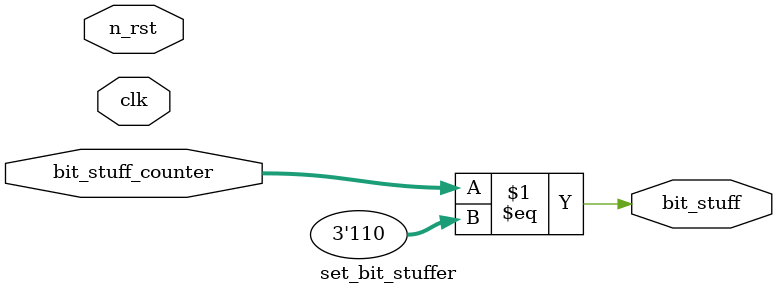
<source format=sv>


module set_bit_stuffer(
	input wire clk,
	input wire n_rst,
	input wire [2:0] bit_stuff_counter,
	output bit_stuff
);
	assign bit_stuff = bit_stuff_counter == 3'd6;
endmodule

</source>
